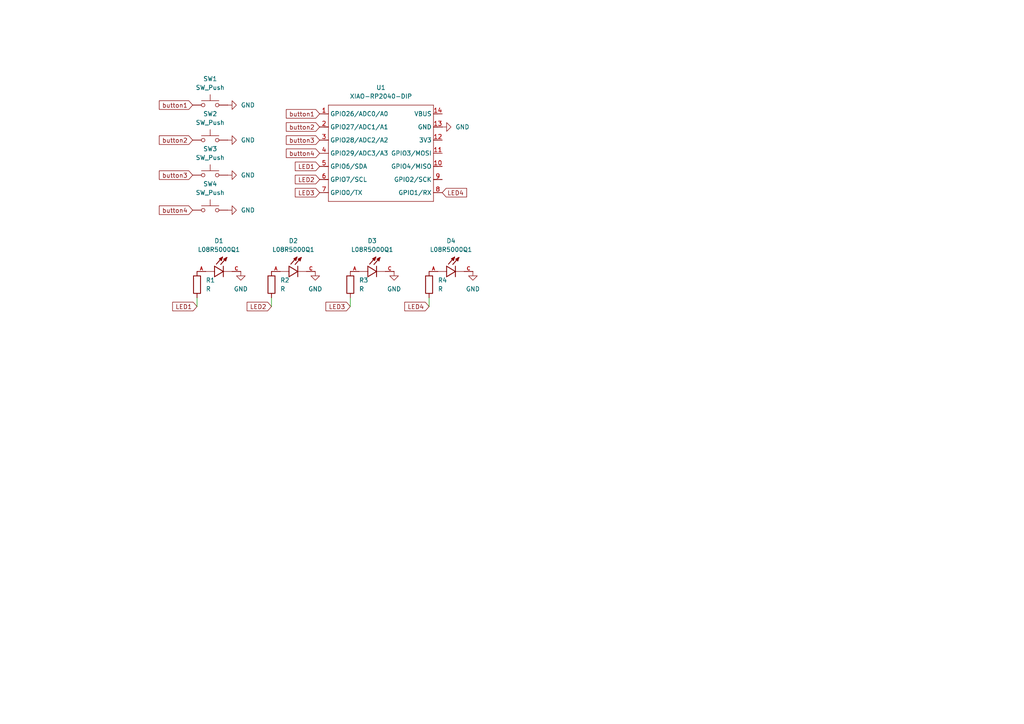
<source format=kicad_sch>
(kicad_sch
	(version 20250114)
	(generator "eeschema")
	(generator_version "9.0")
	(uuid "4d82aa8c-879a-4f30-b55e-d18f48894001")
	(paper "A4")
	(lib_symbols
		(symbol "Device:R"
			(pin_numbers
				(hide yes)
			)
			(pin_names
				(offset 0)
			)
			(exclude_from_sim no)
			(in_bom yes)
			(on_board yes)
			(property "Reference" "R"
				(at 2.032 0 90)
				(effects
					(font
						(size 1.27 1.27)
					)
				)
			)
			(property "Value" "R"
				(at 0 0 90)
				(effects
					(font
						(size 1.27 1.27)
					)
				)
			)
			(property "Footprint" ""
				(at -1.778 0 90)
				(effects
					(font
						(size 1.27 1.27)
					)
					(hide yes)
				)
			)
			(property "Datasheet" "~"
				(at 0 0 0)
				(effects
					(font
						(size 1.27 1.27)
					)
					(hide yes)
				)
			)
			(property "Description" "Resistor"
				(at 0 0 0)
				(effects
					(font
						(size 1.27 1.27)
					)
					(hide yes)
				)
			)
			(property "ki_keywords" "R res resistor"
				(at 0 0 0)
				(effects
					(font
						(size 1.27 1.27)
					)
					(hide yes)
				)
			)
			(property "ki_fp_filters" "R_*"
				(at 0 0 0)
				(effects
					(font
						(size 1.27 1.27)
					)
					(hide yes)
				)
			)
			(symbol "R_0_1"
				(rectangle
					(start -1.016 -2.54)
					(end 1.016 2.54)
					(stroke
						(width 0.254)
						(type default)
					)
					(fill
						(type none)
					)
				)
			)
			(symbol "R_1_1"
				(pin passive line
					(at 0 3.81 270)
					(length 1.27)
					(name "~"
						(effects
							(font
								(size 1.27 1.27)
							)
						)
					)
					(number "1"
						(effects
							(font
								(size 1.27 1.27)
							)
						)
					)
				)
				(pin passive line
					(at 0 -3.81 90)
					(length 1.27)
					(name "~"
						(effects
							(font
								(size 1.27 1.27)
							)
						)
					)
					(number "2"
						(effects
							(font
								(size 1.27 1.27)
							)
						)
					)
				)
			)
			(embedded_fonts no)
		)
		(symbol "L08R5000Q1:L08R5000Q1"
			(pin_names
				(offset 1.016)
			)
			(exclude_from_sim no)
			(in_bom yes)
			(on_board yes)
			(property "Reference" "D"
				(at -3.0988 4.4958 0)
				(effects
					(font
						(size 1.27 1.27)
					)
					(justify left bottom)
				)
			)
			(property "Value" "L08R5000Q1"
				(at -3.556 -3.302 0)
				(effects
					(font
						(size 1.27 1.27)
					)
					(justify left bottom)
				)
			)
			(property "Footprint" "L08R5000Q1:LEDRD254W57D500H1070"
				(at 0 0 0)
				(effects
					(font
						(size 1.27 1.27)
					)
					(justify bottom)
					(hide yes)
				)
			)
			(property "Datasheet" ""
				(at 0 0 0)
				(effects
					(font
						(size 1.27 1.27)
					)
					(hide yes)
				)
			)
			(property "Description" ""
				(at 0 0 0)
				(effects
					(font
						(size 1.27 1.27)
					)
					(hide yes)
				)
			)
			(property "MF" "LED Technology"
				(at 0 0 0)
				(effects
					(font
						(size 1.27 1.27)
					)
					(justify bottom)
					(hide yes)
				)
			)
			(property "MAXIMUM_PACKAGE_HEIGHT" "10.7mm"
				(at 0 0 0)
				(effects
					(font
						(size 1.27 1.27)
					)
					(justify bottom)
					(hide yes)
				)
			)
			(property "Package" "None"
				(at 0 0 0)
				(effects
					(font
						(size 1.27 1.27)
					)
					(justify bottom)
					(hide yes)
				)
			)
			(property "Price" "None"
				(at 0 0 0)
				(effects
					(font
						(size 1.27 1.27)
					)
					(justify bottom)
					(hide yes)
				)
			)
			(property "Check_prices" "https://www.snapeda.com/parts/L08R5000Q1/LED+Technology/view-part/?ref=eda"
				(at 0 0 0)
				(effects
					(font
						(size 1.27 1.27)
					)
					(justify bottom)
					(hide yes)
				)
			)
			(property "STANDARD" "IPC-7351B"
				(at 0 0 0)
				(effects
					(font
						(size 1.27 1.27)
					)
					(justify bottom)
					(hide yes)
				)
			)
			(property "PARTREV" "NA"
				(at 0 0 0)
				(effects
					(font
						(size 1.27 1.27)
					)
					(justify bottom)
					(hide yes)
				)
			)
			(property "SnapEDA_Link" "https://www.snapeda.com/parts/L08R5000Q1/LED+Technology/view-part/?ref=snap"
				(at 0 0 0)
				(effects
					(font
						(size 1.27 1.27)
					)
					(justify bottom)
					(hide yes)
				)
			)
			(property "MP" "L08R5000Q1"
				(at 0 0 0)
				(effects
					(font
						(size 1.27 1.27)
					)
					(justify bottom)
					(hide yes)
				)
			)
			(property "Description_1" "LED, 5MM, ORANGE; LED / Lamp Size: 5mm / T-1 3/4; LED Colour: Orange; Typ Luminous Intensity: 4.3mcd; Viewing Angle: ..."
				(at 0 0 0)
				(effects
					(font
						(size 1.27 1.27)
					)
					(justify bottom)
					(hide yes)
				)
			)
			(property "Availability" "Not in stock"
				(at 0 0 0)
				(effects
					(font
						(size 1.27 1.27)
					)
					(justify bottom)
					(hide yes)
				)
			)
			(property "MANUFACTURER" "LED TECHNOLOGY"
				(at 0 0 0)
				(effects
					(font
						(size 1.27 1.27)
					)
					(justify bottom)
					(hide yes)
				)
			)
			(symbol "L08R5000Q1_0_0"
				(polyline
					(pts
						(xy -2.54 1.524) (xy -2.54 0)
					)
					(stroke
						(width 0.254)
						(type default)
					)
					(fill
						(type none)
					)
				)
				(polyline
					(pts
						(xy -2.54 0) (xy -5.08 0)
					)
					(stroke
						(width 0.1524)
						(type default)
					)
					(fill
						(type none)
					)
				)
				(polyline
					(pts
						(xy -2.54 0) (xy -2.54 -1.524)
					)
					(stroke
						(width 0.254)
						(type default)
					)
					(fill
						(type none)
					)
				)
				(polyline
					(pts
						(xy -2.54 -1.524) (xy 0 0)
					)
					(stroke
						(width 0.254)
						(type default)
					)
					(fill
						(type none)
					)
				)
				(polyline
					(pts
						(xy -1.1176 3.683) (xy -0.2286 4.1656)
					)
					(stroke
						(width 0.254)
						(type default)
					)
					(fill
						(type none)
					)
				)
				(polyline
					(pts
						(xy -0.9398 3.6068) (xy -0.7112 3.7592)
					)
					(stroke
						(width 0.254)
						(type default)
					)
					(fill
						(type none)
					)
				)
				(polyline
					(pts
						(xy -0.5588 3.2004) (xy -1.1176 3.683)
					)
					(stroke
						(width 0.254)
						(type default)
					)
					(fill
						(type none)
					)
				)
				(polyline
					(pts
						(xy -0.5588 3.2004) (xy -0.5334 3.937)
					)
					(stroke
						(width 0.254)
						(type default)
					)
					(fill
						(type none)
					)
				)
				(polyline
					(pts
						(xy -0.5334 3.937) (xy -0.6604 3.937)
					)
					(stroke
						(width 0.254)
						(type default)
					)
					(fill
						(type none)
					)
				)
				(polyline
					(pts
						(xy -0.2286 4.1656) (xy -2.0066 2.1336)
					)
					(stroke
						(width 0.254)
						(type default)
					)
					(fill
						(type none)
					)
				)
				(polyline
					(pts
						(xy -0.2286 4.1656) (xy -0.5588 3.2004)
					)
					(stroke
						(width 0.254)
						(type default)
					)
					(fill
						(type none)
					)
				)
				(polyline
					(pts
						(xy 0 1.524) (xy 0 0)
					)
					(stroke
						(width 0.254)
						(type default)
					)
					(fill
						(type none)
					)
				)
				(polyline
					(pts
						(xy 0 0) (xy -2.54 1.524)
					)
					(stroke
						(width 0.254)
						(type default)
					)
					(fill
						(type none)
					)
				)
				(polyline
					(pts
						(xy 0 0) (xy 0 -1.524)
					)
					(stroke
						(width 0.254)
						(type default)
					)
					(fill
						(type none)
					)
				)
				(polyline
					(pts
						(xy 0.127 3.5814) (xy 1.016 4.064)
					)
					(stroke
						(width 0.254)
						(type default)
					)
					(fill
						(type none)
					)
				)
				(polyline
					(pts
						(xy 0.3048 3.5052) (xy 0.5334 3.6576)
					)
					(stroke
						(width 0.254)
						(type default)
					)
					(fill
						(type none)
					)
				)
				(polyline
					(pts
						(xy 0.6858 3.0988) (xy 0.127 3.5814)
					)
					(stroke
						(width 0.254)
						(type default)
					)
					(fill
						(type none)
					)
				)
				(polyline
					(pts
						(xy 0.6858 3.0988) (xy 0.7112 3.8354)
					)
					(stroke
						(width 0.254)
						(type default)
					)
					(fill
						(type none)
					)
				)
				(polyline
					(pts
						(xy 0.7112 3.8354) (xy 0.5842 3.8354)
					)
					(stroke
						(width 0.254)
						(type default)
					)
					(fill
						(type none)
					)
				)
				(polyline
					(pts
						(xy 1.016 4.064) (xy -0.762 2.032)
					)
					(stroke
						(width 0.254)
						(type default)
					)
					(fill
						(type none)
					)
				)
				(polyline
					(pts
						(xy 1.016 4.064) (xy 0.6858 3.0988)
					)
					(stroke
						(width 0.254)
						(type default)
					)
					(fill
						(type none)
					)
				)
				(polyline
					(pts
						(xy 2.54 0) (xy 0 0)
					)
					(stroke
						(width 0.1524)
						(type default)
					)
					(fill
						(type none)
					)
				)
				(pin passive line
					(at -7.62 0 0)
					(length 2.54)
					(name "~"
						(effects
							(font
								(size 1.016 1.016)
							)
						)
					)
					(number "A"
						(effects
							(font
								(size 1.016 1.016)
							)
						)
					)
				)
				(pin passive line
					(at 5.08 0 180)
					(length 2.54)
					(name "~"
						(effects
							(font
								(size 1.016 1.016)
							)
						)
					)
					(number "C"
						(effects
							(font
								(size 1.016 1.016)
							)
						)
					)
				)
			)
			(embedded_fonts no)
		)
		(symbol "Seeed_Studio_XIAO_Series:XIAO-RP2040-DIP"
			(exclude_from_sim no)
			(in_bom yes)
			(on_board yes)
			(property "Reference" "U"
				(at 0 0 0)
				(effects
					(font
						(size 1.27 1.27)
					)
				)
			)
			(property "Value" "XIAO-RP2040-DIP"
				(at 5.334 -1.778 0)
				(effects
					(font
						(size 1.27 1.27)
					)
				)
			)
			(property "Footprint" "Module:MOUDLE14P-XIAO-DIP-SMD"
				(at 14.478 -32.258 0)
				(effects
					(font
						(size 1.27 1.27)
					)
					(hide yes)
				)
			)
			(property "Datasheet" ""
				(at 0 0 0)
				(effects
					(font
						(size 1.27 1.27)
					)
					(hide yes)
				)
			)
			(property "Description" ""
				(at 0 0 0)
				(effects
					(font
						(size 1.27 1.27)
					)
					(hide yes)
				)
			)
			(symbol "XIAO-RP2040-DIP_1_0"
				(polyline
					(pts
						(xy -1.27 -2.54) (xy 29.21 -2.54)
					)
					(stroke
						(width 0.1524)
						(type solid)
					)
					(fill
						(type none)
					)
				)
				(polyline
					(pts
						(xy -1.27 -5.08) (xy -2.54 -5.08)
					)
					(stroke
						(width 0.1524)
						(type solid)
					)
					(fill
						(type none)
					)
				)
				(polyline
					(pts
						(xy -1.27 -5.08) (xy -1.27 -2.54)
					)
					(stroke
						(width 0.1524)
						(type solid)
					)
					(fill
						(type none)
					)
				)
				(polyline
					(pts
						(xy -1.27 -8.89) (xy -2.54 -8.89)
					)
					(stroke
						(width 0.1524)
						(type solid)
					)
					(fill
						(type none)
					)
				)
				(polyline
					(pts
						(xy -1.27 -8.89) (xy -1.27 -5.08)
					)
					(stroke
						(width 0.1524)
						(type solid)
					)
					(fill
						(type none)
					)
				)
				(polyline
					(pts
						(xy -1.27 -12.7) (xy -2.54 -12.7)
					)
					(stroke
						(width 0.1524)
						(type solid)
					)
					(fill
						(type none)
					)
				)
				(polyline
					(pts
						(xy -1.27 -12.7) (xy -1.27 -8.89)
					)
					(stroke
						(width 0.1524)
						(type solid)
					)
					(fill
						(type none)
					)
				)
				(polyline
					(pts
						(xy -1.27 -16.51) (xy -2.54 -16.51)
					)
					(stroke
						(width 0.1524)
						(type solid)
					)
					(fill
						(type none)
					)
				)
				(polyline
					(pts
						(xy -1.27 -16.51) (xy -1.27 -12.7)
					)
					(stroke
						(width 0.1524)
						(type solid)
					)
					(fill
						(type none)
					)
				)
				(polyline
					(pts
						(xy -1.27 -20.32) (xy -2.54 -20.32)
					)
					(stroke
						(width 0.1524)
						(type solid)
					)
					(fill
						(type none)
					)
				)
				(polyline
					(pts
						(xy -1.27 -24.13) (xy -2.54 -24.13)
					)
					(stroke
						(width 0.1524)
						(type solid)
					)
					(fill
						(type none)
					)
				)
				(polyline
					(pts
						(xy -1.27 -27.94) (xy -2.54 -27.94)
					)
					(stroke
						(width 0.1524)
						(type solid)
					)
					(fill
						(type none)
					)
				)
				(polyline
					(pts
						(xy -1.27 -30.48) (xy -1.27 -16.51)
					)
					(stroke
						(width 0.1524)
						(type solid)
					)
					(fill
						(type none)
					)
				)
				(polyline
					(pts
						(xy 29.21 -2.54) (xy 29.21 -5.08)
					)
					(stroke
						(width 0.1524)
						(type solid)
					)
					(fill
						(type none)
					)
				)
				(polyline
					(pts
						(xy 29.21 -5.08) (xy 29.21 -8.89)
					)
					(stroke
						(width 0.1524)
						(type solid)
					)
					(fill
						(type none)
					)
				)
				(polyline
					(pts
						(xy 29.21 -8.89) (xy 29.21 -12.7)
					)
					(stroke
						(width 0.1524)
						(type solid)
					)
					(fill
						(type none)
					)
				)
				(polyline
					(pts
						(xy 29.21 -12.7) (xy 29.21 -30.48)
					)
					(stroke
						(width 0.1524)
						(type solid)
					)
					(fill
						(type none)
					)
				)
				(polyline
					(pts
						(xy 29.21 -30.48) (xy -1.27 -30.48)
					)
					(stroke
						(width 0.1524)
						(type solid)
					)
					(fill
						(type none)
					)
				)
				(polyline
					(pts
						(xy 30.48 -5.08) (xy 29.21 -5.08)
					)
					(stroke
						(width 0.1524)
						(type solid)
					)
					(fill
						(type none)
					)
				)
				(polyline
					(pts
						(xy 30.48 -8.89) (xy 29.21 -8.89)
					)
					(stroke
						(width 0.1524)
						(type solid)
					)
					(fill
						(type none)
					)
				)
				(polyline
					(pts
						(xy 30.48 -12.7) (xy 29.21 -12.7)
					)
					(stroke
						(width 0.1524)
						(type solid)
					)
					(fill
						(type none)
					)
				)
				(polyline
					(pts
						(xy 30.48 -16.51) (xy 29.21 -16.51)
					)
					(stroke
						(width 0.1524)
						(type solid)
					)
					(fill
						(type none)
					)
				)
				(polyline
					(pts
						(xy 30.48 -20.32) (xy 29.21 -20.32)
					)
					(stroke
						(width 0.1524)
						(type solid)
					)
					(fill
						(type none)
					)
				)
				(polyline
					(pts
						(xy 30.48 -24.13) (xy 29.21 -24.13)
					)
					(stroke
						(width 0.1524)
						(type solid)
					)
					(fill
						(type none)
					)
				)
				(polyline
					(pts
						(xy 30.48 -27.94) (xy 29.21 -27.94)
					)
					(stroke
						(width 0.1524)
						(type solid)
					)
					(fill
						(type none)
					)
				)
				(pin passive line
					(at -3.81 -5.08 0)
					(length 2.54)
					(name "GPIO26/ADC0/A0"
						(effects
							(font
								(size 1.27 1.27)
							)
						)
					)
					(number "1"
						(effects
							(font
								(size 1.27 1.27)
							)
						)
					)
				)
				(pin passive line
					(at -3.81 -8.89 0)
					(length 2.54)
					(name "GPIO27/ADC1/A1"
						(effects
							(font
								(size 1.27 1.27)
							)
						)
					)
					(number "2"
						(effects
							(font
								(size 1.27 1.27)
							)
						)
					)
				)
				(pin passive line
					(at -3.81 -12.7 0)
					(length 2.54)
					(name "GPIO28/ADC2/A2"
						(effects
							(font
								(size 1.27 1.27)
							)
						)
					)
					(number "3"
						(effects
							(font
								(size 1.27 1.27)
							)
						)
					)
				)
				(pin passive line
					(at -3.81 -16.51 0)
					(length 2.54)
					(name "GPIO29/ADC3/A3"
						(effects
							(font
								(size 1.27 1.27)
							)
						)
					)
					(number "4"
						(effects
							(font
								(size 1.27 1.27)
							)
						)
					)
				)
				(pin passive line
					(at -3.81 -20.32 0)
					(length 2.54)
					(name "GPIO6/SDA"
						(effects
							(font
								(size 1.27 1.27)
							)
						)
					)
					(number "5"
						(effects
							(font
								(size 1.27 1.27)
							)
						)
					)
				)
				(pin passive line
					(at -3.81 -24.13 0)
					(length 2.54)
					(name "GPIO7/SCL"
						(effects
							(font
								(size 1.27 1.27)
							)
						)
					)
					(number "6"
						(effects
							(font
								(size 1.27 1.27)
							)
						)
					)
				)
				(pin passive line
					(at -3.81 -27.94 0)
					(length 2.54)
					(name "GPIO0/TX"
						(effects
							(font
								(size 1.27 1.27)
							)
						)
					)
					(number "7"
						(effects
							(font
								(size 1.27 1.27)
							)
						)
					)
				)
				(pin passive line
					(at 31.75 -5.08 180)
					(length 2.54)
					(name "VBUS"
						(effects
							(font
								(size 1.27 1.27)
							)
						)
					)
					(number "14"
						(effects
							(font
								(size 1.27 1.27)
							)
						)
					)
				)
				(pin passive line
					(at 31.75 -8.89 180)
					(length 2.54)
					(name "GND"
						(effects
							(font
								(size 1.27 1.27)
							)
						)
					)
					(number "13"
						(effects
							(font
								(size 1.27 1.27)
							)
						)
					)
				)
				(pin passive line
					(at 31.75 -12.7 180)
					(length 2.54)
					(name "3V3"
						(effects
							(font
								(size 1.27 1.27)
							)
						)
					)
					(number "12"
						(effects
							(font
								(size 1.27 1.27)
							)
						)
					)
				)
				(pin passive line
					(at 31.75 -16.51 180)
					(length 2.54)
					(name "GPIO3/MOSI"
						(effects
							(font
								(size 1.27 1.27)
							)
						)
					)
					(number "11"
						(effects
							(font
								(size 1.27 1.27)
							)
						)
					)
				)
				(pin passive line
					(at 31.75 -20.32 180)
					(length 2.54)
					(name "GPIO4/MISO"
						(effects
							(font
								(size 1.27 1.27)
							)
						)
					)
					(number "10"
						(effects
							(font
								(size 1.27 1.27)
							)
						)
					)
				)
				(pin passive line
					(at 31.75 -24.13 180)
					(length 2.54)
					(name "GPIO2/SCK"
						(effects
							(font
								(size 1.27 1.27)
							)
						)
					)
					(number "9"
						(effects
							(font
								(size 1.27 1.27)
							)
						)
					)
				)
				(pin passive line
					(at 31.75 -27.94 180)
					(length 2.54)
					(name "GPIO1/RX"
						(effects
							(font
								(size 1.27 1.27)
							)
						)
					)
					(number "8"
						(effects
							(font
								(size 1.27 1.27)
							)
						)
					)
				)
			)
			(embedded_fonts no)
		)
		(symbol "Switch:SW_Push"
			(pin_numbers
				(hide yes)
			)
			(pin_names
				(offset 1.016)
				(hide yes)
			)
			(exclude_from_sim no)
			(in_bom yes)
			(on_board yes)
			(property "Reference" "SW"
				(at 1.27 2.54 0)
				(effects
					(font
						(size 1.27 1.27)
					)
					(justify left)
				)
			)
			(property "Value" "SW_Push"
				(at 0 -1.524 0)
				(effects
					(font
						(size 1.27 1.27)
					)
				)
			)
			(property "Footprint" ""
				(at 0 5.08 0)
				(effects
					(font
						(size 1.27 1.27)
					)
					(hide yes)
				)
			)
			(property "Datasheet" "~"
				(at 0 5.08 0)
				(effects
					(font
						(size 1.27 1.27)
					)
					(hide yes)
				)
			)
			(property "Description" "Push button switch, generic, two pins"
				(at 0 0 0)
				(effects
					(font
						(size 1.27 1.27)
					)
					(hide yes)
				)
			)
			(property "ki_keywords" "switch normally-open pushbutton push-button"
				(at 0 0 0)
				(effects
					(font
						(size 1.27 1.27)
					)
					(hide yes)
				)
			)
			(symbol "SW_Push_0_1"
				(circle
					(center -2.032 0)
					(radius 0.508)
					(stroke
						(width 0)
						(type default)
					)
					(fill
						(type none)
					)
				)
				(polyline
					(pts
						(xy 0 1.27) (xy 0 3.048)
					)
					(stroke
						(width 0)
						(type default)
					)
					(fill
						(type none)
					)
				)
				(circle
					(center 2.032 0)
					(radius 0.508)
					(stroke
						(width 0)
						(type default)
					)
					(fill
						(type none)
					)
				)
				(polyline
					(pts
						(xy 2.54 1.27) (xy -2.54 1.27)
					)
					(stroke
						(width 0)
						(type default)
					)
					(fill
						(type none)
					)
				)
				(pin passive line
					(at -5.08 0 0)
					(length 2.54)
					(name "1"
						(effects
							(font
								(size 1.27 1.27)
							)
						)
					)
					(number "1"
						(effects
							(font
								(size 1.27 1.27)
							)
						)
					)
				)
				(pin passive line
					(at 5.08 0 180)
					(length 2.54)
					(name "2"
						(effects
							(font
								(size 1.27 1.27)
							)
						)
					)
					(number "2"
						(effects
							(font
								(size 1.27 1.27)
							)
						)
					)
				)
			)
			(embedded_fonts no)
		)
		(symbol "power:GND"
			(power)
			(pin_numbers
				(hide yes)
			)
			(pin_names
				(offset 0)
				(hide yes)
			)
			(exclude_from_sim no)
			(in_bom yes)
			(on_board yes)
			(property "Reference" "#PWR"
				(at 0 -6.35 0)
				(effects
					(font
						(size 1.27 1.27)
					)
					(hide yes)
				)
			)
			(property "Value" "GND"
				(at 0 -3.81 0)
				(effects
					(font
						(size 1.27 1.27)
					)
				)
			)
			(property "Footprint" ""
				(at 0 0 0)
				(effects
					(font
						(size 1.27 1.27)
					)
					(hide yes)
				)
			)
			(property "Datasheet" ""
				(at 0 0 0)
				(effects
					(font
						(size 1.27 1.27)
					)
					(hide yes)
				)
			)
			(property "Description" "Power symbol creates a global label with name \"GND\" , ground"
				(at 0 0 0)
				(effects
					(font
						(size 1.27 1.27)
					)
					(hide yes)
				)
			)
			(property "ki_keywords" "global power"
				(at 0 0 0)
				(effects
					(font
						(size 1.27 1.27)
					)
					(hide yes)
				)
			)
			(symbol "GND_0_1"
				(polyline
					(pts
						(xy 0 0) (xy 0 -1.27) (xy 1.27 -1.27) (xy 0 -2.54) (xy -1.27 -1.27) (xy 0 -1.27)
					)
					(stroke
						(width 0)
						(type default)
					)
					(fill
						(type none)
					)
				)
			)
			(symbol "GND_1_1"
				(pin power_in line
					(at 0 0 270)
					(length 0)
					(name "~"
						(effects
							(font
								(size 1.27 1.27)
							)
						)
					)
					(number "1"
						(effects
							(font
								(size 1.27 1.27)
							)
						)
					)
				)
			)
			(embedded_fonts no)
		)
	)
	(wire
		(pts
			(xy 101.6 86.36) (xy 101.6 88.9)
		)
		(stroke
			(width 0)
			(type default)
		)
		(uuid "65e86524-f4db-4ed2-91da-e6eccc0e1411")
	)
	(wire
		(pts
			(xy 57.15 86.36) (xy 57.15 88.9)
		)
		(stroke
			(width 0)
			(type default)
		)
		(uuid "6ad1b61a-462a-487b-b82b-93df4a393bc9")
	)
	(wire
		(pts
			(xy 78.74 86.36) (xy 78.74 88.9)
		)
		(stroke
			(width 0)
			(type default)
		)
		(uuid "7e3f5ace-bd3e-4419-8fed-3f911e7c9fc8")
	)
	(wire
		(pts
			(xy 124.46 86.36) (xy 124.46 88.9)
		)
		(stroke
			(width 0)
			(type default)
		)
		(uuid "d6fd9ed1-7a3a-4220-87cc-6430a6356a53")
	)
	(global_label "LED3"
		(shape input)
		(at 101.6 88.9 180)
		(fields_autoplaced yes)
		(effects
			(font
				(size 1.27 1.27)
			)
			(justify right)
		)
		(uuid "0589c657-4216-4914-a5fa-eb69453ab14d")
		(property "Intersheetrefs" "${INTERSHEET_REFS}"
			(at 93.9582 88.9 0)
			(effects
				(font
					(size 1.27 1.27)
				)
				(justify right)
				(hide yes)
			)
		)
	)
	(global_label "button2"
		(shape input)
		(at 92.71 36.83 180)
		(fields_autoplaced yes)
		(effects
			(font
				(size 1.27 1.27)
			)
			(justify right)
		)
		(uuid "0694e901-a148-45c8-8ebe-5d5370a9d122")
		(property "Intersheetrefs" "${INTERSHEET_REFS}"
			(at 82.4679 36.83 0)
			(effects
				(font
					(size 1.27 1.27)
				)
				(justify right)
				(hide yes)
			)
		)
	)
	(global_label "button4"
		(shape input)
		(at 92.71 44.45 180)
		(fields_autoplaced yes)
		(effects
			(font
				(size 1.27 1.27)
			)
			(justify right)
		)
		(uuid "250f29dc-efc5-4df4-93f5-d7d3fe8701cb")
		(property "Intersheetrefs" "${INTERSHEET_REFS}"
			(at 82.4679 44.45 0)
			(effects
				(font
					(size 1.27 1.27)
				)
				(justify right)
				(hide yes)
			)
		)
	)
	(global_label "button3"
		(shape input)
		(at 92.71 40.64 180)
		(fields_autoplaced yes)
		(effects
			(font
				(size 1.27 1.27)
			)
			(justify right)
		)
		(uuid "34bd078d-d728-4c1f-a7c2-4373f9bed608")
		(property "Intersheetrefs" "${INTERSHEET_REFS}"
			(at 82.4679 40.64 0)
			(effects
				(font
					(size 1.27 1.27)
				)
				(justify right)
				(hide yes)
			)
		)
	)
	(global_label "LED2"
		(shape input)
		(at 92.71 52.07 180)
		(fields_autoplaced yes)
		(effects
			(font
				(size 1.27 1.27)
			)
			(justify right)
		)
		(uuid "3da4ee2b-6bb9-4a47-9e2a-e563456f3898")
		(property "Intersheetrefs" "${INTERSHEET_REFS}"
			(at 85.0682 52.07 0)
			(effects
				(font
					(size 1.27 1.27)
				)
				(justify right)
				(hide yes)
			)
		)
	)
	(global_label "LED4"
		(shape input)
		(at 124.46 88.9 180)
		(fields_autoplaced yes)
		(effects
			(font
				(size 1.27 1.27)
			)
			(justify right)
		)
		(uuid "43bf7037-454a-49d5-a478-5e24e4363cc1")
		(property "Intersheetrefs" "${INTERSHEET_REFS}"
			(at 116.8182 88.9 0)
			(effects
				(font
					(size 1.27 1.27)
				)
				(justify right)
				(hide yes)
			)
		)
	)
	(global_label "LED3"
		(shape input)
		(at 92.71 55.88 180)
		(fields_autoplaced yes)
		(effects
			(font
				(size 1.27 1.27)
			)
			(justify right)
		)
		(uuid "57bdee96-777f-4ed6-8be3-39dcc4155339")
		(property "Intersheetrefs" "${INTERSHEET_REFS}"
			(at 85.0682 55.88 0)
			(effects
				(font
					(size 1.27 1.27)
				)
				(justify right)
				(hide yes)
			)
		)
	)
	(global_label "button1"
		(shape input)
		(at 92.71 33.02 180)
		(fields_autoplaced yes)
		(effects
			(font
				(size 1.27 1.27)
			)
			(justify right)
		)
		(uuid "5a74575b-74a2-42db-af84-1179d81704af")
		(property "Intersheetrefs" "${INTERSHEET_REFS}"
			(at 82.4679 33.02 0)
			(effects
				(font
					(size 1.27 1.27)
				)
				(justify right)
				(hide yes)
			)
		)
	)
	(global_label "button1"
		(shape input)
		(at 55.88 30.48 180)
		(fields_autoplaced yes)
		(effects
			(font
				(size 1.27 1.27)
			)
			(justify right)
		)
		(uuid "5b7252b7-4ca5-4d52-b647-7025431b3fa0")
		(property "Intersheetrefs" "${INTERSHEET_REFS}"
			(at 45.6379 30.48 0)
			(effects
				(font
					(size 1.27 1.27)
				)
				(justify right)
				(hide yes)
			)
		)
	)
	(global_label "button4"
		(shape input)
		(at 55.88 60.96 180)
		(fields_autoplaced yes)
		(effects
			(font
				(size 1.27 1.27)
			)
			(justify right)
		)
		(uuid "60147714-1d8a-4dd8-a902-26215b9f9f3c")
		(property "Intersheetrefs" "${INTERSHEET_REFS}"
			(at 45.6379 60.96 0)
			(effects
				(font
					(size 1.27 1.27)
				)
				(justify right)
				(hide yes)
			)
		)
	)
	(global_label "LED4"
		(shape input)
		(at 128.27 55.88 0)
		(fields_autoplaced yes)
		(effects
			(font
				(size 1.27 1.27)
			)
			(justify left)
		)
		(uuid "7d0ba8b7-913d-4c1e-a93a-a5323e5fcd9c")
		(property "Intersheetrefs" "${INTERSHEET_REFS}"
			(at 135.9118 55.88 0)
			(effects
				(font
					(size 1.27 1.27)
				)
				(justify left)
				(hide yes)
			)
		)
	)
	(global_label "LED1"
		(shape input)
		(at 57.15 88.9 180)
		(fields_autoplaced yes)
		(effects
			(font
				(size 1.27 1.27)
			)
			(justify right)
		)
		(uuid "86173af0-1ea4-46ea-bf01-2fb24350fced")
		(property "Intersheetrefs" "${INTERSHEET_REFS}"
			(at 49.5082 88.9 0)
			(effects
				(font
					(size 1.27 1.27)
				)
				(justify right)
				(hide yes)
			)
		)
	)
	(global_label "button2"
		(shape input)
		(at 55.88 40.64 180)
		(fields_autoplaced yes)
		(effects
			(font
				(size 1.27 1.27)
			)
			(justify right)
		)
		(uuid "d31f0491-b43e-4220-8c68-50f1db5227aa")
		(property "Intersheetrefs" "${INTERSHEET_REFS}"
			(at 45.6379 40.64 0)
			(effects
				(font
					(size 1.27 1.27)
				)
				(justify right)
				(hide yes)
			)
		)
	)
	(global_label "button3"
		(shape input)
		(at 55.88 50.8 180)
		(fields_autoplaced yes)
		(effects
			(font
				(size 1.27 1.27)
			)
			(justify right)
		)
		(uuid "f0b2e36b-01e1-467f-8365-1de92d8dfa52")
		(property "Intersheetrefs" "${INTERSHEET_REFS}"
			(at 45.6379 50.8 0)
			(effects
				(font
					(size 1.27 1.27)
				)
				(justify right)
				(hide yes)
			)
		)
	)
	(global_label "LED1"
		(shape input)
		(at 92.71 48.26 180)
		(fields_autoplaced yes)
		(effects
			(font
				(size 1.27 1.27)
			)
			(justify right)
		)
		(uuid "f1eaf7d5-7b7b-4282-9a74-797430e34817")
		(property "Intersheetrefs" "${INTERSHEET_REFS}"
			(at 85.0682 48.26 0)
			(effects
				(font
					(size 1.27 1.27)
				)
				(justify right)
				(hide yes)
			)
		)
	)
	(global_label "LED2"
		(shape input)
		(at 78.74 88.9 180)
		(fields_autoplaced yes)
		(effects
			(font
				(size 1.27 1.27)
			)
			(justify right)
		)
		(uuid "fb528e0f-c6af-4670-aff8-aa945dcca777")
		(property "Intersheetrefs" "${INTERSHEET_REFS}"
			(at 71.0982 88.9 0)
			(effects
				(font
					(size 1.27 1.27)
				)
				(justify right)
				(hide yes)
			)
		)
	)
	(symbol
		(lib_id "Device:R")
		(at 124.46 82.55 0)
		(unit 1)
		(exclude_from_sim no)
		(in_bom yes)
		(on_board yes)
		(dnp no)
		(fields_autoplaced yes)
		(uuid "0139fde4-5fd1-4f95-9522-dec8cea7d8f6")
		(property "Reference" "R4"
			(at 127 81.2799 0)
			(effects
				(font
					(size 1.27 1.27)
				)
				(justify left)
			)
		)
		(property "Value" "R"
			(at 127 83.8199 0)
			(effects
				(font
					(size 1.27 1.27)
				)
				(justify left)
			)
		)
		(property "Footprint" "Resistor_THT:R_Axial_DIN0204_L3.6mm_D1.6mm_P5.08mm_Horizontal"
			(at 122.682 82.55 90)
			(effects
				(font
					(size 1.27 1.27)
				)
				(hide yes)
			)
		)
		(property "Datasheet" "~"
			(at 124.46 82.55 0)
			(effects
				(font
					(size 1.27 1.27)
				)
				(hide yes)
			)
		)
		(property "Description" "Resistor"
			(at 124.46 82.55 0)
			(effects
				(font
					(size 1.27 1.27)
				)
				(hide yes)
			)
		)
		(pin "1"
			(uuid "1425dc79-5c5d-4c86-8bd1-dbb7ae109da0")
		)
		(pin "2"
			(uuid "b2a50fe2-9f9a-42f6-8ca7-8a19b0df0622")
		)
		(instances
			(project ""
				(path "/4d82aa8c-879a-4f30-b55e-d18f48894001"
					(reference "R4")
					(unit 1)
				)
			)
		)
	)
	(symbol
		(lib_id "power:GND")
		(at 128.27 36.83 90)
		(unit 1)
		(exclude_from_sim no)
		(in_bom yes)
		(on_board yes)
		(dnp no)
		(fields_autoplaced yes)
		(uuid "4602eb26-2d7b-4e4b-a3d2-9f6291829fd7")
		(property "Reference" "#PWR01"
			(at 134.62 36.83 0)
			(effects
				(font
					(size 1.27 1.27)
				)
				(hide yes)
			)
		)
		(property "Value" "GND"
			(at 132.08 36.8299 90)
			(effects
				(font
					(size 1.27 1.27)
				)
				(justify right)
			)
		)
		(property "Footprint" ""
			(at 128.27 36.83 0)
			(effects
				(font
					(size 1.27 1.27)
				)
				(hide yes)
			)
		)
		(property "Datasheet" ""
			(at 128.27 36.83 0)
			(effects
				(font
					(size 1.27 1.27)
				)
				(hide yes)
			)
		)
		(property "Description" "Power symbol creates a global label with name \"GND\" , ground"
			(at 128.27 36.83 0)
			(effects
				(font
					(size 1.27 1.27)
				)
				(hide yes)
			)
		)
		(pin "1"
			(uuid "605c7558-f4f3-495b-8a58-50576557e7fa")
		)
		(instances
			(project ""
				(path "/4d82aa8c-879a-4f30-b55e-d18f48894001"
					(reference "#PWR01")
					(unit 1)
				)
			)
		)
	)
	(symbol
		(lib_id "power:GND")
		(at 66.04 50.8 90)
		(unit 1)
		(exclude_from_sim no)
		(in_bom yes)
		(on_board yes)
		(dnp no)
		(fields_autoplaced yes)
		(uuid "48c07568-e710-466a-a3ab-b7fbebdb4ae5")
		(property "Reference" "#PWR04"
			(at 72.39 50.8 0)
			(effects
				(font
					(size 1.27 1.27)
				)
				(hide yes)
			)
		)
		(property "Value" "GND"
			(at 69.85 50.7999 90)
			(effects
				(font
					(size 1.27 1.27)
				)
				(justify right)
			)
		)
		(property "Footprint" ""
			(at 66.04 50.8 0)
			(effects
				(font
					(size 1.27 1.27)
				)
				(hide yes)
			)
		)
		(property "Datasheet" ""
			(at 66.04 50.8 0)
			(effects
				(font
					(size 1.27 1.27)
				)
				(hide yes)
			)
		)
		(property "Description" "Power symbol creates a global label with name \"GND\" , ground"
			(at 66.04 50.8 0)
			(effects
				(font
					(size 1.27 1.27)
				)
				(hide yes)
			)
		)
		(pin "1"
			(uuid "3ad84a71-cdc8-4033-a29a-bef51bad35e0")
		)
		(instances
			(project ""
				(path "/4d82aa8c-879a-4f30-b55e-d18f48894001"
					(reference "#PWR04")
					(unit 1)
				)
			)
		)
	)
	(symbol
		(lib_id "power:GND")
		(at 66.04 30.48 90)
		(unit 1)
		(exclude_from_sim no)
		(in_bom yes)
		(on_board yes)
		(dnp no)
		(fields_autoplaced yes)
		(uuid "4f4ddffa-0d52-49b9-ae2e-b30685521b10")
		(property "Reference" "#PWR02"
			(at 72.39 30.48 0)
			(effects
				(font
					(size 1.27 1.27)
				)
				(hide yes)
			)
		)
		(property "Value" "GND"
			(at 69.85 30.4799 90)
			(effects
				(font
					(size 1.27 1.27)
				)
				(justify right)
			)
		)
		(property "Footprint" ""
			(at 66.04 30.48 0)
			(effects
				(font
					(size 1.27 1.27)
				)
				(hide yes)
			)
		)
		(property "Datasheet" ""
			(at 66.04 30.48 0)
			(effects
				(font
					(size 1.27 1.27)
				)
				(hide yes)
			)
		)
		(property "Description" "Power symbol creates a global label with name \"GND\" , ground"
			(at 66.04 30.48 0)
			(effects
				(font
					(size 1.27 1.27)
				)
				(hide yes)
			)
		)
		(pin "1"
			(uuid "3ad84a71-cdc8-4033-a29a-bef51bad35e1")
		)
		(instances
			(project ""
				(path "/4d82aa8c-879a-4f30-b55e-d18f48894001"
					(reference "#PWR02")
					(unit 1)
				)
			)
		)
	)
	(symbol
		(lib_id "Device:R")
		(at 78.74 82.55 0)
		(unit 1)
		(exclude_from_sim no)
		(in_bom yes)
		(on_board yes)
		(dnp no)
		(fields_autoplaced yes)
		(uuid "4f78e27d-0bfe-4843-98a8-72485681417e")
		(property "Reference" "R2"
			(at 81.28 81.2799 0)
			(effects
				(font
					(size 1.27 1.27)
				)
				(justify left)
			)
		)
		(property "Value" "R"
			(at 81.28 83.8199 0)
			(effects
				(font
					(size 1.27 1.27)
				)
				(justify left)
			)
		)
		(property "Footprint" "Resistor_THT:R_Axial_DIN0204_L3.6mm_D1.6mm_P5.08mm_Horizontal"
			(at 76.962 82.55 90)
			(effects
				(font
					(size 1.27 1.27)
				)
				(hide yes)
			)
		)
		(property "Datasheet" "~"
			(at 78.74 82.55 0)
			(effects
				(font
					(size 1.27 1.27)
				)
				(hide yes)
			)
		)
		(property "Description" "Resistor"
			(at 78.74 82.55 0)
			(effects
				(font
					(size 1.27 1.27)
				)
				(hide yes)
			)
		)
		(pin "1"
			(uuid "1425dc79-5c5d-4c86-8bd1-dbb7ae109da1")
		)
		(pin "2"
			(uuid "b2a50fe2-9f9a-42f6-8ca7-8a19b0df0623")
		)
		(instances
			(project ""
				(path "/4d82aa8c-879a-4f30-b55e-d18f48894001"
					(reference "R2")
					(unit 1)
				)
			)
		)
	)
	(symbol
		(lib_id "Device:R")
		(at 101.6 82.55 0)
		(unit 1)
		(exclude_from_sim no)
		(in_bom yes)
		(on_board yes)
		(dnp no)
		(fields_autoplaced yes)
		(uuid "57da828f-763a-4981-ada7-9453e88425d7")
		(property "Reference" "R3"
			(at 104.14 81.2799 0)
			(effects
				(font
					(size 1.27 1.27)
				)
				(justify left)
			)
		)
		(property "Value" "R"
			(at 104.14 83.8199 0)
			(effects
				(font
					(size 1.27 1.27)
				)
				(justify left)
			)
		)
		(property "Footprint" "Resistor_THT:R_Axial_DIN0204_L3.6mm_D1.6mm_P5.08mm_Horizontal"
			(at 99.822 82.55 90)
			(effects
				(font
					(size 1.27 1.27)
				)
				(hide yes)
			)
		)
		(property "Datasheet" "~"
			(at 101.6 82.55 0)
			(effects
				(font
					(size 1.27 1.27)
				)
				(hide yes)
			)
		)
		(property "Description" "Resistor"
			(at 101.6 82.55 0)
			(effects
				(font
					(size 1.27 1.27)
				)
				(hide yes)
			)
		)
		(pin "1"
			(uuid "1425dc79-5c5d-4c86-8bd1-dbb7ae109da2")
		)
		(pin "2"
			(uuid "b2a50fe2-9f9a-42f6-8ca7-8a19b0df0624")
		)
		(instances
			(project ""
				(path "/4d82aa8c-879a-4f30-b55e-d18f48894001"
					(reference "R3")
					(unit 1)
				)
			)
		)
	)
	(symbol
		(lib_id "power:GND")
		(at 69.85 78.74 0)
		(unit 1)
		(exclude_from_sim no)
		(in_bom yes)
		(on_board yes)
		(dnp no)
		(fields_autoplaced yes)
		(uuid "5891df9a-498a-4704-8f56-01a5a613728a")
		(property "Reference" "#PWR06"
			(at 69.85 85.09 0)
			(effects
				(font
					(size 1.27 1.27)
				)
				(hide yes)
			)
		)
		(property "Value" "GND"
			(at 69.85 83.82 0)
			(effects
				(font
					(size 1.27 1.27)
				)
			)
		)
		(property "Footprint" ""
			(at 69.85 78.74 0)
			(effects
				(font
					(size 1.27 1.27)
				)
				(hide yes)
			)
		)
		(property "Datasheet" ""
			(at 69.85 78.74 0)
			(effects
				(font
					(size 1.27 1.27)
				)
				(hide yes)
			)
		)
		(property "Description" "Power symbol creates a global label with name \"GND\" , ground"
			(at 69.85 78.74 0)
			(effects
				(font
					(size 1.27 1.27)
				)
				(hide yes)
			)
		)
		(pin "1"
			(uuid "f0dcd2c6-af3e-48ff-b661-b4e1aacfbef6")
		)
		(instances
			(project ""
				(path "/4d82aa8c-879a-4f30-b55e-d18f48894001"
					(reference "#PWR06")
					(unit 1)
				)
			)
		)
	)
	(symbol
		(lib_id "Seeed_Studio_XIAO_Series:XIAO-RP2040-DIP")
		(at 96.52 27.94 0)
		(unit 1)
		(exclude_from_sim no)
		(in_bom yes)
		(on_board yes)
		(dnp no)
		(fields_autoplaced yes)
		(uuid "6829764b-84a5-48f3-b8b1-d0001a23bbc2")
		(property "Reference" "U1"
			(at 110.49 25.4 0)
			(effects
				(font
					(size 1.27 1.27)
				)
			)
		)
		(property "Value" "XIAO-RP2040-DIP"
			(at 110.49 27.94 0)
			(effects
				(font
					(size 1.27 1.27)
				)
			)
		)
		(property "Footprint" "Footprints:XIAO-RP2040-DIP"
			(at 110.998 60.198 0)
			(effects
				(font
					(size 1.27 1.27)
				)
				(hide yes)
			)
		)
		(property "Datasheet" ""
			(at 96.52 27.94 0)
			(effects
				(font
					(size 1.27 1.27)
				)
				(hide yes)
			)
		)
		(property "Description" ""
			(at 96.52 27.94 0)
			(effects
				(font
					(size 1.27 1.27)
				)
				(hide yes)
			)
		)
		(pin "8"
			(uuid "4bec4f45-5736-40ff-b2a8-cf873d59e8e7")
		)
		(pin "14"
			(uuid "35efc926-e80e-45d1-a9de-c4e2c3671864")
		)
		(pin "5"
			(uuid "8a2c33c3-9308-44ac-9a44-11a1cccc6a6e")
		)
		(pin "7"
			(uuid "6716a29b-766a-408c-b5fe-5e1b78557896")
		)
		(pin "13"
			(uuid "9668a398-8c71-402b-8065-f6340fa83243")
		)
		(pin "12"
			(uuid "8d103163-632d-41b2-a7e7-f70e48f67597")
		)
		(pin "9"
			(uuid "6c46e30d-19c1-4d6f-918b-dcfdb6b77e37")
		)
		(pin "1"
			(uuid "73848d65-bb71-48f2-b276-8e1d871b0fca")
		)
		(pin "2"
			(uuid "a0853b54-6039-45d6-bac2-5d9a4385d2f9")
		)
		(pin "3"
			(uuid "1f2c2afe-15da-4052-917a-afb2c1e44e42")
		)
		(pin "4"
			(uuid "9230e77f-57ee-4d10-971a-88427543aa37")
		)
		(pin "11"
			(uuid "c08a6ea0-54ac-4040-96f2-4dc8830c3c6e")
		)
		(pin "10"
			(uuid "fa9cda6b-a85d-45b4-a8e4-8fd7e7b4c8cc")
		)
		(pin "6"
			(uuid "426d359c-3ce2-4037-a04d-06c9904b8f37")
		)
		(instances
			(project ""
				(path "/4d82aa8c-879a-4f30-b55e-d18f48894001"
					(reference "U1")
					(unit 1)
				)
			)
		)
	)
	(symbol
		(lib_id "Switch:SW_Push")
		(at 60.96 30.48 0)
		(unit 1)
		(exclude_from_sim no)
		(in_bom yes)
		(on_board yes)
		(dnp no)
		(fields_autoplaced yes)
		(uuid "691d74d9-815a-426c-8de6-0263e0a7a34d")
		(property "Reference" "SW1"
			(at 60.96 22.86 0)
			(effects
				(font
					(size 1.27 1.27)
				)
			)
		)
		(property "Value" "SW_Push"
			(at 60.96 25.4 0)
			(effects
				(font
					(size 1.27 1.27)
				)
			)
		)
		(property "Footprint" "Button_Switch_Keyboard:SW_Cherry_MX_1.00u_PCB"
			(at 60.96 25.4 0)
			(effects
				(font
					(size 1.27 1.27)
				)
				(hide yes)
			)
		)
		(property "Datasheet" "~"
			(at 60.96 25.4 0)
			(effects
				(font
					(size 1.27 1.27)
				)
				(hide yes)
			)
		)
		(property "Description" "Push button switch, generic, two pins"
			(at 60.96 30.48 0)
			(effects
				(font
					(size 1.27 1.27)
				)
				(hide yes)
			)
		)
		(pin "1"
			(uuid "b822e776-a963-4a45-a449-3a30466c0bd0")
		)
		(pin "2"
			(uuid "5bb3e69d-c281-4459-9602-e419b3769595")
		)
		(instances
			(project ""
				(path "/4d82aa8c-879a-4f30-b55e-d18f48894001"
					(reference "SW1")
					(unit 1)
				)
			)
		)
	)
	(symbol
		(lib_id "power:GND")
		(at 66.04 40.64 90)
		(unit 1)
		(exclude_from_sim no)
		(in_bom yes)
		(on_board yes)
		(dnp no)
		(fields_autoplaced yes)
		(uuid "777a9f57-8441-4c39-990f-f1bb646ef5e4")
		(property "Reference" "#PWR03"
			(at 72.39 40.64 0)
			(effects
				(font
					(size 1.27 1.27)
				)
				(hide yes)
			)
		)
		(property "Value" "GND"
			(at 69.85 40.6399 90)
			(effects
				(font
					(size 1.27 1.27)
				)
				(justify right)
			)
		)
		(property "Footprint" ""
			(at 66.04 40.64 0)
			(effects
				(font
					(size 1.27 1.27)
				)
				(hide yes)
			)
		)
		(property "Datasheet" ""
			(at 66.04 40.64 0)
			(effects
				(font
					(size 1.27 1.27)
				)
				(hide yes)
			)
		)
		(property "Description" "Power symbol creates a global label with name \"GND\" , ground"
			(at 66.04 40.64 0)
			(effects
				(font
					(size 1.27 1.27)
				)
				(hide yes)
			)
		)
		(pin "1"
			(uuid "3ad84a71-cdc8-4033-a29a-bef51bad35e2")
		)
		(instances
			(project ""
				(path "/4d82aa8c-879a-4f30-b55e-d18f48894001"
					(reference "#PWR03")
					(unit 1)
				)
			)
		)
	)
	(symbol
		(lib_id "power:GND")
		(at 137.16 78.74 0)
		(unit 1)
		(exclude_from_sim no)
		(in_bom yes)
		(on_board yes)
		(dnp no)
		(fields_autoplaced yes)
		(uuid "8b643ae6-dd8c-4b55-8462-a6eabf110a71")
		(property "Reference" "#PWR09"
			(at 137.16 85.09 0)
			(effects
				(font
					(size 1.27 1.27)
				)
				(hide yes)
			)
		)
		(property "Value" "GND"
			(at 137.16 83.82 0)
			(effects
				(font
					(size 1.27 1.27)
				)
			)
		)
		(property "Footprint" ""
			(at 137.16 78.74 0)
			(effects
				(font
					(size 1.27 1.27)
				)
				(hide yes)
			)
		)
		(property "Datasheet" ""
			(at 137.16 78.74 0)
			(effects
				(font
					(size 1.27 1.27)
				)
				(hide yes)
			)
		)
		(property "Description" "Power symbol creates a global label with name \"GND\" , ground"
			(at 137.16 78.74 0)
			(effects
				(font
					(size 1.27 1.27)
				)
				(hide yes)
			)
		)
		(pin "1"
			(uuid "f0dcd2c6-af3e-48ff-b661-b4e1aacfbef7")
		)
		(instances
			(project ""
				(path "/4d82aa8c-879a-4f30-b55e-d18f48894001"
					(reference "#PWR09")
					(unit 1)
				)
			)
		)
	)
	(symbol
		(lib_id "L08R5000Q1:L08R5000Q1")
		(at 64.77 78.74 0)
		(unit 1)
		(exclude_from_sim no)
		(in_bom yes)
		(on_board yes)
		(dnp no)
		(fields_autoplaced yes)
		(uuid "8fef023e-7809-4334-8945-cf0ba908348b")
		(property "Reference" "D1"
			(at 63.5 69.85 0)
			(effects
				(font
					(size 1.27 1.27)
				)
			)
		)
		(property "Value" "L08R5000Q1"
			(at 63.5 72.39 0)
			(effects
				(font
					(size 1.27 1.27)
				)
			)
		)
		(property "Footprint" "LED:LEDRD254W57D500H1070"
			(at 64.77 78.74 0)
			(effects
				(font
					(size 1.27 1.27)
				)
				(justify bottom)
				(hide yes)
			)
		)
		(property "Datasheet" ""
			(at 64.77 78.74 0)
			(effects
				(font
					(size 1.27 1.27)
				)
				(hide yes)
			)
		)
		(property "Description" ""
			(at 64.77 78.74 0)
			(effects
				(font
					(size 1.27 1.27)
				)
				(hide yes)
			)
		)
		(property "MF" "LED Technology"
			(at 64.77 78.74 0)
			(effects
				(font
					(size 1.27 1.27)
				)
				(justify bottom)
				(hide yes)
			)
		)
		(property "MAXIMUM_PACKAGE_HEIGHT" "10.7mm"
			(at 64.77 78.74 0)
			(effects
				(font
					(size 1.27 1.27)
				)
				(justify bottom)
				(hide yes)
			)
		)
		(property "Package" "None"
			(at 64.77 78.74 0)
			(effects
				(font
					(size 1.27 1.27)
				)
				(justify bottom)
				(hide yes)
			)
		)
		(property "Price" "None"
			(at 64.77 78.74 0)
			(effects
				(font
					(size 1.27 1.27)
				)
				(justify bottom)
				(hide yes)
			)
		)
		(property "Check_prices" "https://www.snapeda.com/parts/L08R5000Q1/LED+Technology/view-part/?ref=eda"
			(at 64.77 78.74 0)
			(effects
				(font
					(size 1.27 1.27)
				)
				(justify bottom)
				(hide yes)
			)
		)
		(property "STANDARD" "IPC-7351B"
			(at 64.77 78.74 0)
			(effects
				(font
					(size 1.27 1.27)
				)
				(justify bottom)
				(hide yes)
			)
		)
		(property "PARTREV" "NA"
			(at 64.77 78.74 0)
			(effects
				(font
					(size 1.27 1.27)
				)
				(justify bottom)
				(hide yes)
			)
		)
		(property "SnapEDA_Link" "https://www.snapeda.com/parts/L08R5000Q1/LED+Technology/view-part/?ref=snap"
			(at 64.77 78.74 0)
			(effects
				(font
					(size 1.27 1.27)
				)
				(justify bottom)
				(hide yes)
			)
		)
		(property "MP" "L08R5000Q1"
			(at 64.77 78.74 0)
			(effects
				(font
					(size 1.27 1.27)
				)
				(justify bottom)
				(hide yes)
			)
		)
		(property "Description_1" "LED, 5MM, ORANGE; LED / Lamp Size: 5mm / T-1 3/4; LED Colour: Orange; Typ Luminous Intensity: 4.3mcd; Viewing Angle: ..."
			(at 64.77 78.74 0)
			(effects
				(font
					(size 1.27 1.27)
				)
				(justify bottom)
				(hide yes)
			)
		)
		(property "Availability" "Not in stock"
			(at 64.77 78.74 0)
			(effects
				(font
					(size 1.27 1.27)
				)
				(justify bottom)
				(hide yes)
			)
		)
		(property "MANUFACTURER" "LED TECHNOLOGY"
			(at 64.77 78.74 0)
			(effects
				(font
					(size 1.27 1.27)
				)
				(justify bottom)
				(hide yes)
			)
		)
		(pin "C"
			(uuid "773e5c62-e09a-4c88-92d2-92d53edd8002")
		)
		(pin "A"
			(uuid "a2844d69-aad1-4b98-b2a5-82b5b3d79aee")
		)
		(instances
			(project ""
				(path "/4d82aa8c-879a-4f30-b55e-d18f48894001"
					(reference "D1")
					(unit 1)
				)
			)
		)
	)
	(symbol
		(lib_id "Switch:SW_Push")
		(at 60.96 60.96 0)
		(unit 1)
		(exclude_from_sim no)
		(in_bom yes)
		(on_board yes)
		(dnp no)
		(fields_autoplaced yes)
		(uuid "974887b4-8901-4b33-b19a-71e836d878f1")
		(property "Reference" "SW4"
			(at 60.96 53.34 0)
			(effects
				(font
					(size 1.27 1.27)
				)
			)
		)
		(property "Value" "SW_Push"
			(at 60.96 55.88 0)
			(effects
				(font
					(size 1.27 1.27)
				)
			)
		)
		(property "Footprint" "Button_Switch_Keyboard:SW_Cherry_MX_1.00u_PCB"
			(at 60.96 55.88 0)
			(effects
				(font
					(size 1.27 1.27)
				)
				(hide yes)
			)
		)
		(property "Datasheet" "~"
			(at 60.96 55.88 0)
			(effects
				(font
					(size 1.27 1.27)
				)
				(hide yes)
			)
		)
		(property "Description" "Push button switch, generic, two pins"
			(at 60.96 60.96 0)
			(effects
				(font
					(size 1.27 1.27)
				)
				(hide yes)
			)
		)
		(pin "1"
			(uuid "ac2fe0fc-b3f8-4eee-9877-c646c6f13bd6")
		)
		(pin "2"
			(uuid "cd44d2df-4b69-466d-924e-6e214368bd7d")
		)
		(instances
			(project ""
				(path "/4d82aa8c-879a-4f30-b55e-d18f48894001"
					(reference "SW4")
					(unit 1)
				)
			)
		)
	)
	(symbol
		(lib_id "Switch:SW_Push")
		(at 60.96 40.64 0)
		(unit 1)
		(exclude_from_sim no)
		(in_bom yes)
		(on_board yes)
		(dnp no)
		(fields_autoplaced yes)
		(uuid "974ddd0c-4981-4bcc-89e0-669a7132bcfc")
		(property "Reference" "SW2"
			(at 60.96 33.02 0)
			(effects
				(font
					(size 1.27 1.27)
				)
			)
		)
		(property "Value" "SW_Push"
			(at 60.96 35.56 0)
			(effects
				(font
					(size 1.27 1.27)
				)
			)
		)
		(property "Footprint" "Button_Switch_Keyboard:SW_Cherry_MX_1.00u_PCB"
			(at 60.96 35.56 0)
			(effects
				(font
					(size 1.27 1.27)
				)
				(hide yes)
			)
		)
		(property "Datasheet" "~"
			(at 60.96 35.56 0)
			(effects
				(font
					(size 1.27 1.27)
				)
				(hide yes)
			)
		)
		(property "Description" "Push button switch, generic, two pins"
			(at 60.96 40.64 0)
			(effects
				(font
					(size 1.27 1.27)
				)
				(hide yes)
			)
		)
		(pin "1"
			(uuid "026a48d8-e327-4cf9-a667-1dcc6c2df07d")
		)
		(pin "2"
			(uuid "da354859-b944-4ade-bbd0-9c22b6458c42")
		)
		(instances
			(project ""
				(path "/4d82aa8c-879a-4f30-b55e-d18f48894001"
					(reference "SW2")
					(unit 1)
				)
			)
		)
	)
	(symbol
		(lib_id "power:GND")
		(at 66.04 60.96 90)
		(unit 1)
		(exclude_from_sim no)
		(in_bom yes)
		(on_board yes)
		(dnp no)
		(fields_autoplaced yes)
		(uuid "c6e86c86-bf86-4c97-9257-4f5784e3f4d7")
		(property "Reference" "#PWR05"
			(at 72.39 60.96 0)
			(effects
				(font
					(size 1.27 1.27)
				)
				(hide yes)
			)
		)
		(property "Value" "GND"
			(at 69.85 60.9599 90)
			(effects
				(font
					(size 1.27 1.27)
				)
				(justify right)
			)
		)
		(property "Footprint" ""
			(at 66.04 60.96 0)
			(effects
				(font
					(size 1.27 1.27)
				)
				(hide yes)
			)
		)
		(property "Datasheet" ""
			(at 66.04 60.96 0)
			(effects
				(font
					(size 1.27 1.27)
				)
				(hide yes)
			)
		)
		(property "Description" "Power symbol creates a global label with name \"GND\" , ground"
			(at 66.04 60.96 0)
			(effects
				(font
					(size 1.27 1.27)
				)
				(hide yes)
			)
		)
		(pin "1"
			(uuid "3ad84a71-cdc8-4033-a29a-bef51bad35e3")
		)
		(instances
			(project ""
				(path "/4d82aa8c-879a-4f30-b55e-d18f48894001"
					(reference "#PWR05")
					(unit 1)
				)
			)
		)
	)
	(symbol
		(lib_id "L08R5000Q1:L08R5000Q1")
		(at 132.08 78.74 0)
		(unit 1)
		(exclude_from_sim no)
		(in_bom yes)
		(on_board yes)
		(dnp no)
		(fields_autoplaced yes)
		(uuid "c7a065df-0e94-4fb5-acef-69d28c6d02f2")
		(property "Reference" "D4"
			(at 130.81 69.85 0)
			(effects
				(font
					(size 1.27 1.27)
				)
			)
		)
		(property "Value" "L08R5000Q1"
			(at 130.81 72.39 0)
			(effects
				(font
					(size 1.27 1.27)
				)
			)
		)
		(property "Footprint" "LED:LEDRD254W57D500H1070"
			(at 132.08 78.74 0)
			(effects
				(font
					(size 1.27 1.27)
				)
				(justify bottom)
				(hide yes)
			)
		)
		(property "Datasheet" ""
			(at 132.08 78.74 0)
			(effects
				(font
					(size 1.27 1.27)
				)
				(hide yes)
			)
		)
		(property "Description" ""
			(at 132.08 78.74 0)
			(effects
				(font
					(size 1.27 1.27)
				)
				(hide yes)
			)
		)
		(property "MF" "LED Technology"
			(at 132.08 78.74 0)
			(effects
				(font
					(size 1.27 1.27)
				)
				(justify bottom)
				(hide yes)
			)
		)
		(property "MAXIMUM_PACKAGE_HEIGHT" "10.7mm"
			(at 132.08 78.74 0)
			(effects
				(font
					(size 1.27 1.27)
				)
				(justify bottom)
				(hide yes)
			)
		)
		(property "Package" "None"
			(at 132.08 78.74 0)
			(effects
				(font
					(size 1.27 1.27)
				)
				(justify bottom)
				(hide yes)
			)
		)
		(property "Price" "None"
			(at 132.08 78.74 0)
			(effects
				(font
					(size 1.27 1.27)
				)
				(justify bottom)
				(hide yes)
			)
		)
		(property "Check_prices" "https://www.snapeda.com/parts/L08R5000Q1/LED+Technology/view-part/?ref=eda"
			(at 132.08 78.74 0)
			(effects
				(font
					(size 1.27 1.27)
				)
				(justify bottom)
				(hide yes)
			)
		)
		(property "STANDARD" "IPC-7351B"
			(at 132.08 78.74 0)
			(effects
				(font
					(size 1.27 1.27)
				)
				(justify bottom)
				(hide yes)
			)
		)
		(property "PARTREV" "NA"
			(at 132.08 78.74 0)
			(effects
				(font
					(size 1.27 1.27)
				)
				(justify bottom)
				(hide yes)
			)
		)
		(property "SnapEDA_Link" "https://www.snapeda.com/parts/L08R5000Q1/LED+Technology/view-part/?ref=snap"
			(at 132.08 78.74 0)
			(effects
				(font
					(size 1.27 1.27)
				)
				(justify bottom)
				(hide yes)
			)
		)
		(property "MP" "L08R5000Q1"
			(at 132.08 78.74 0)
			(effects
				(font
					(size 1.27 1.27)
				)
				(justify bottom)
				(hide yes)
			)
		)
		(property "Description_1" "LED, 5MM, ORANGE; LED / Lamp Size: 5mm / T-1 3/4; LED Colour: Orange; Typ Luminous Intensity: 4.3mcd; Viewing Angle: ..."
			(at 132.08 78.74 0)
			(effects
				(font
					(size 1.27 1.27)
				)
				(justify bottom)
				(hide yes)
			)
		)
		(property "Availability" "Not in stock"
			(at 132.08 78.74 0)
			(effects
				(font
					(size 1.27 1.27)
				)
				(justify bottom)
				(hide yes)
			)
		)
		(property "MANUFACTURER" "LED TECHNOLOGY"
			(at 132.08 78.74 0)
			(effects
				(font
					(size 1.27 1.27)
				)
				(justify bottom)
				(hide yes)
			)
		)
		(pin "A"
			(uuid "316d7b75-5853-461c-ad30-7f0a23b29069")
		)
		(pin "C"
			(uuid "255d73e2-0042-4f41-88e7-48ba8d422aec")
		)
		(instances
			(project ""
				(path "/4d82aa8c-879a-4f30-b55e-d18f48894001"
					(reference "D4")
					(unit 1)
				)
			)
		)
	)
	(symbol
		(lib_id "Device:R")
		(at 57.15 82.55 0)
		(unit 1)
		(exclude_from_sim no)
		(in_bom yes)
		(on_board yes)
		(dnp no)
		(fields_autoplaced yes)
		(uuid "cbef2f56-0139-42ea-83b0-11d06b42a87e")
		(property "Reference" "R1"
			(at 59.69 81.2799 0)
			(effects
				(font
					(size 1.27 1.27)
				)
				(justify left)
			)
		)
		(property "Value" "R"
			(at 59.69 83.8199 0)
			(effects
				(font
					(size 1.27 1.27)
				)
				(justify left)
			)
		)
		(property "Footprint" "Resistor_THT:R_Axial_DIN0204_L3.6mm_D1.6mm_P5.08mm_Horizontal"
			(at 55.372 82.55 90)
			(effects
				(font
					(size 1.27 1.27)
				)
				(hide yes)
			)
		)
		(property "Datasheet" "~"
			(at 57.15 82.55 0)
			(effects
				(font
					(size 1.27 1.27)
				)
				(hide yes)
			)
		)
		(property "Description" "Resistor"
			(at 57.15 82.55 0)
			(effects
				(font
					(size 1.27 1.27)
				)
				(hide yes)
			)
		)
		(pin "1"
			(uuid "1425dc79-5c5d-4c86-8bd1-dbb7ae109da3")
		)
		(pin "2"
			(uuid "b2a50fe2-9f9a-42f6-8ca7-8a19b0df0625")
		)
		(instances
			(project ""
				(path "/4d82aa8c-879a-4f30-b55e-d18f48894001"
					(reference "R1")
					(unit 1)
				)
			)
		)
	)
	(symbol
		(lib_id "L08R5000Q1:L08R5000Q1")
		(at 109.22 78.74 0)
		(unit 1)
		(exclude_from_sim no)
		(in_bom yes)
		(on_board yes)
		(dnp no)
		(fields_autoplaced yes)
		(uuid "d1f380db-b100-495b-b337-d638e404eb14")
		(property "Reference" "D3"
			(at 107.95 69.85 0)
			(effects
				(font
					(size 1.27 1.27)
				)
			)
		)
		(property "Value" "L08R5000Q1"
			(at 107.95 72.39 0)
			(effects
				(font
					(size 1.27 1.27)
				)
			)
		)
		(property "Footprint" "LED:LEDRD254W57D500H1070"
			(at 109.22 78.74 0)
			(effects
				(font
					(size 1.27 1.27)
				)
				(justify bottom)
				(hide yes)
			)
		)
		(property "Datasheet" ""
			(at 109.22 78.74 0)
			(effects
				(font
					(size 1.27 1.27)
				)
				(hide yes)
			)
		)
		(property "Description" ""
			(at 109.22 78.74 0)
			(effects
				(font
					(size 1.27 1.27)
				)
				(hide yes)
			)
		)
		(property "MF" "LED Technology"
			(at 109.22 78.74 0)
			(effects
				(font
					(size 1.27 1.27)
				)
				(justify bottom)
				(hide yes)
			)
		)
		(property "MAXIMUM_PACKAGE_HEIGHT" "10.7mm"
			(at 109.22 78.74 0)
			(effects
				(font
					(size 1.27 1.27)
				)
				(justify bottom)
				(hide yes)
			)
		)
		(property "Package" "None"
			(at 109.22 78.74 0)
			(effects
				(font
					(size 1.27 1.27)
				)
				(justify bottom)
				(hide yes)
			)
		)
		(property "Price" "None"
			(at 109.22 78.74 0)
			(effects
				(font
					(size 1.27 1.27)
				)
				(justify bottom)
				(hide yes)
			)
		)
		(property "Check_prices" "https://www.snapeda.com/parts/L08R5000Q1/LED+Technology/view-part/?ref=eda"
			(at 109.22 78.74 0)
			(effects
				(font
					(size 1.27 1.27)
				)
				(justify bottom)
				(hide yes)
			)
		)
		(property "STANDARD" "IPC-7351B"
			(at 109.22 78.74 0)
			(effects
				(font
					(size 1.27 1.27)
				)
				(justify bottom)
				(hide yes)
			)
		)
		(property "PARTREV" "NA"
			(at 109.22 78.74 0)
			(effects
				(font
					(size 1.27 1.27)
				)
				(justify bottom)
				(hide yes)
			)
		)
		(property "SnapEDA_Link" "https://www.snapeda.com/parts/L08R5000Q1/LED+Technology/view-part/?ref=snap"
			(at 109.22 78.74 0)
			(effects
				(font
					(size 1.27 1.27)
				)
				(justify bottom)
				(hide yes)
			)
		)
		(property "MP" "L08R5000Q1"
			(at 109.22 78.74 0)
			(effects
				(font
					(size 1.27 1.27)
				)
				(justify bottom)
				(hide yes)
			)
		)
		(property "Description_1" "LED, 5MM, ORANGE; LED / Lamp Size: 5mm / T-1 3/4; LED Colour: Orange; Typ Luminous Intensity: 4.3mcd; Viewing Angle: ..."
			(at 109.22 78.74 0)
			(effects
				(font
					(size 1.27 1.27)
				)
				(justify bottom)
				(hide yes)
			)
		)
		(property "Availability" "Not in stock"
			(at 109.22 78.74 0)
			(effects
				(font
					(size 1.27 1.27)
				)
				(justify bottom)
				(hide yes)
			)
		)
		(property "MANUFACTURER" "LED TECHNOLOGY"
			(at 109.22 78.74 0)
			(effects
				(font
					(size 1.27 1.27)
				)
				(justify bottom)
				(hide yes)
			)
		)
		(pin "A"
			(uuid "316d7b75-5853-461c-ad30-7f0a23b2906a")
		)
		(pin "C"
			(uuid "255d73e2-0042-4f41-88e7-48ba8d422aed")
		)
		(instances
			(project ""
				(path "/4d82aa8c-879a-4f30-b55e-d18f48894001"
					(reference "D3")
					(unit 1)
				)
			)
		)
	)
	(symbol
		(lib_id "power:GND")
		(at 114.3 78.74 0)
		(unit 1)
		(exclude_from_sim no)
		(in_bom yes)
		(on_board yes)
		(dnp no)
		(fields_autoplaced yes)
		(uuid "d231e975-16af-4403-84e9-46c4aaba3be4")
		(property "Reference" "#PWR08"
			(at 114.3 85.09 0)
			(effects
				(font
					(size 1.27 1.27)
				)
				(hide yes)
			)
		)
		(property "Value" "GND"
			(at 114.3 83.82 0)
			(effects
				(font
					(size 1.27 1.27)
				)
			)
		)
		(property "Footprint" ""
			(at 114.3 78.74 0)
			(effects
				(font
					(size 1.27 1.27)
				)
				(hide yes)
			)
		)
		(property "Datasheet" ""
			(at 114.3 78.74 0)
			(effects
				(font
					(size 1.27 1.27)
				)
				(hide yes)
			)
		)
		(property "Description" "Power symbol creates a global label with name \"GND\" , ground"
			(at 114.3 78.74 0)
			(effects
				(font
					(size 1.27 1.27)
				)
				(hide yes)
			)
		)
		(pin "1"
			(uuid "f0dcd2c6-af3e-48ff-b661-b4e1aacfbef8")
		)
		(instances
			(project ""
				(path "/4d82aa8c-879a-4f30-b55e-d18f48894001"
					(reference "#PWR08")
					(unit 1)
				)
			)
		)
	)
	(symbol
		(lib_id "power:GND")
		(at 91.44 78.74 0)
		(unit 1)
		(exclude_from_sim no)
		(in_bom yes)
		(on_board yes)
		(dnp no)
		(fields_autoplaced yes)
		(uuid "e35cffba-a36a-4f15-a8b8-18f30f04c9b3")
		(property "Reference" "#PWR07"
			(at 91.44 85.09 0)
			(effects
				(font
					(size 1.27 1.27)
				)
				(hide yes)
			)
		)
		(property "Value" "GND"
			(at 91.44 83.82 0)
			(effects
				(font
					(size 1.27 1.27)
				)
			)
		)
		(property "Footprint" ""
			(at 91.44 78.74 0)
			(effects
				(font
					(size 1.27 1.27)
				)
				(hide yes)
			)
		)
		(property "Datasheet" ""
			(at 91.44 78.74 0)
			(effects
				(font
					(size 1.27 1.27)
				)
				(hide yes)
			)
		)
		(property "Description" "Power symbol creates a global label with name \"GND\" , ground"
			(at 91.44 78.74 0)
			(effects
				(font
					(size 1.27 1.27)
				)
				(hide yes)
			)
		)
		(pin "1"
			(uuid "f0dcd2c6-af3e-48ff-b661-b4e1aacfbef9")
		)
		(instances
			(project ""
				(path "/4d82aa8c-879a-4f30-b55e-d18f48894001"
					(reference "#PWR07")
					(unit 1)
				)
			)
		)
	)
	(symbol
		(lib_id "Switch:SW_Push")
		(at 60.96 50.8 0)
		(unit 1)
		(exclude_from_sim no)
		(in_bom yes)
		(on_board yes)
		(dnp no)
		(fields_autoplaced yes)
		(uuid "f3c2825a-5aff-41dd-a3ec-15f7c8030cc1")
		(property "Reference" "SW3"
			(at 60.96 43.18 0)
			(effects
				(font
					(size 1.27 1.27)
				)
			)
		)
		(property "Value" "SW_Push"
			(at 60.96 45.72 0)
			(effects
				(font
					(size 1.27 1.27)
				)
			)
		)
		(property "Footprint" "Button_Switch_Keyboard:SW_Cherry_MX_1.00u_PCB"
			(at 60.96 45.72 0)
			(effects
				(font
					(size 1.27 1.27)
				)
				(hide yes)
			)
		)
		(property "Datasheet" "~"
			(at 60.96 45.72 0)
			(effects
				(font
					(size 1.27 1.27)
				)
				(hide yes)
			)
		)
		(property "Description" "Push button switch, generic, two pins"
			(at 60.96 50.8 0)
			(effects
				(font
					(size 1.27 1.27)
				)
				(hide yes)
			)
		)
		(pin "2"
			(uuid "6df4fa04-660f-4854-9898-35fca42f5207")
		)
		(pin "1"
			(uuid "4a60333a-1268-4496-a079-5f0fd1cba306")
		)
		(instances
			(project ""
				(path "/4d82aa8c-879a-4f30-b55e-d18f48894001"
					(reference "SW3")
					(unit 1)
				)
			)
		)
	)
	(symbol
		(lib_id "L08R5000Q1:L08R5000Q1")
		(at 86.36 78.74 0)
		(unit 1)
		(exclude_from_sim no)
		(in_bom yes)
		(on_board yes)
		(dnp no)
		(fields_autoplaced yes)
		(uuid "f3c29034-1968-4b3a-8d6f-64fe75496c5a")
		(property "Reference" "D2"
			(at 85.09 69.85 0)
			(effects
				(font
					(size 1.27 1.27)
				)
			)
		)
		(property "Value" "L08R5000Q1"
			(at 85.09 72.39 0)
			(effects
				(font
					(size 1.27 1.27)
				)
			)
		)
		(property "Footprint" "LED:LEDRD254W57D500H1070"
			(at 86.36 78.74 0)
			(effects
				(font
					(size 1.27 1.27)
				)
				(justify bottom)
				(hide yes)
			)
		)
		(property "Datasheet" ""
			(at 86.36 78.74 0)
			(effects
				(font
					(size 1.27 1.27)
				)
				(hide yes)
			)
		)
		(property "Description" ""
			(at 86.36 78.74 0)
			(effects
				(font
					(size 1.27 1.27)
				)
				(hide yes)
			)
		)
		(property "MF" "LED Technology"
			(at 86.36 78.74 0)
			(effects
				(font
					(size 1.27 1.27)
				)
				(justify bottom)
				(hide yes)
			)
		)
		(property "MAXIMUM_PACKAGE_HEIGHT" "10.7mm"
			(at 86.36 78.74 0)
			(effects
				(font
					(size 1.27 1.27)
				)
				(justify bottom)
				(hide yes)
			)
		)
		(property "Package" "None"
			(at 86.36 78.74 0)
			(effects
				(font
					(size 1.27 1.27)
				)
				(justify bottom)
				(hide yes)
			)
		)
		(property "Price" "None"
			(at 86.36 78.74 0)
			(effects
				(font
					(size 1.27 1.27)
				)
				(justify bottom)
				(hide yes)
			)
		)
		(property "Check_prices" "https://www.snapeda.com/parts/L08R5000Q1/LED+Technology/view-part/?ref=eda"
			(at 86.36 78.74 0)
			(effects
				(font
					(size 1.27 1.27)
				)
				(justify bottom)
				(hide yes)
			)
		)
		(property "STANDARD" "IPC-7351B"
			(at 86.36 78.74 0)
			(effects
				(font
					(size 1.27 1.27)
				)
				(justify bottom)
				(hide yes)
			)
		)
		(property "PARTREV" "NA"
			(at 86.36 78.74 0)
			(effects
				(font
					(size 1.27 1.27)
				)
				(justify bottom)
				(hide yes)
			)
		)
		(property "SnapEDA_Link" "https://www.snapeda.com/parts/L08R5000Q1/LED+Technology/view-part/?ref=snap"
			(at 86.36 78.74 0)
			(effects
				(font
					(size 1.27 1.27)
				)
				(justify bottom)
				(hide yes)
			)
		)
		(property "MP" "L08R5000Q1"
			(at 86.36 78.74 0)
			(effects
				(font
					(size 1.27 1.27)
				)
				(justify bottom)
				(hide yes)
			)
		)
		(property "Description_1" "LED, 5MM, ORANGE; LED / Lamp Size: 5mm / T-1 3/4; LED Colour: Orange; Typ Luminous Intensity: 4.3mcd; Viewing Angle: ..."
			(at 86.36 78.74 0)
			(effects
				(font
					(size 1.27 1.27)
				)
				(justify bottom)
				(hide yes)
			)
		)
		(property "Availability" "Not in stock"
			(at 86.36 78.74 0)
			(effects
				(font
					(size 1.27 1.27)
				)
				(justify bottom)
				(hide yes)
			)
		)
		(property "MANUFACTURER" "LED TECHNOLOGY"
			(at 86.36 78.74 0)
			(effects
				(font
					(size 1.27 1.27)
				)
				(justify bottom)
				(hide yes)
			)
		)
		(pin "A"
			(uuid "316d7b75-5853-461c-ad30-7f0a23b2906b")
		)
		(pin "C"
			(uuid "255d73e2-0042-4f41-88e7-48ba8d422aee")
		)
		(instances
			(project ""
				(path "/4d82aa8c-879a-4f30-b55e-d18f48894001"
					(reference "D2")
					(unit 1)
				)
			)
		)
	)
	(sheet_instances
		(path "/"
			(page "1")
		)
	)
	(embedded_fonts no)
)

</source>
